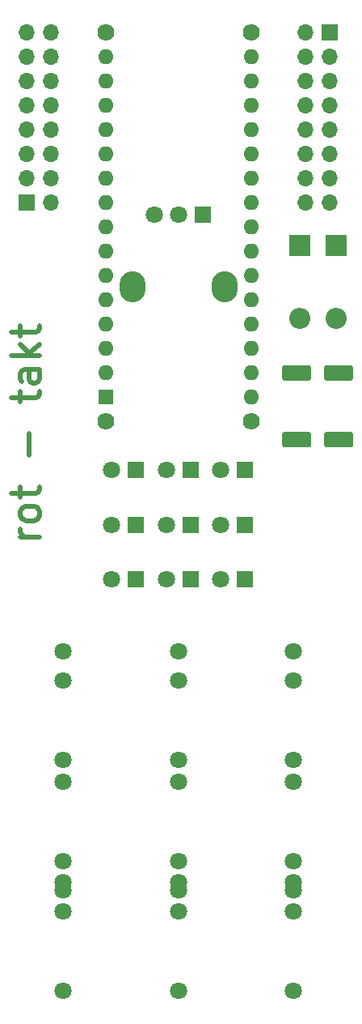
<source format=gts>
G04 #@! TF.GenerationSoftware,KiCad,Pcbnew,(5.1.2)-1*
G04 #@! TF.CreationDate,2019-10-29T22:05:20+01:00*
G04 #@! TF.ProjectId,takt,74616b74-2e6b-4696-9361-645f70636258,rev?*
G04 #@! TF.SameCoordinates,Original*
G04 #@! TF.FileFunction,Soldermask,Top*
G04 #@! TF.FilePolarity,Negative*
%FSLAX46Y46*%
G04 Gerber Fmt 4.6, Leading zero omitted, Abs format (unit mm)*
G04 Created by KiCad (PCBNEW (5.1.2)-1) date 2019-10-29 22:05:20*
%MOMM*%
%LPD*%
G04 APERTURE LIST*
%ADD10C,0.500000*%
%ADD11O,2.720000X3.240000*%
%ADD12C,1.800000*%
%ADD13R,1.800000X1.800000*%
%ADD14O,1.700000X1.700000*%
%ADD15R,1.700000X1.700000*%
%ADD16O,2.200000X2.200000*%
%ADD17R,2.200000X2.200000*%
%ADD18C,0.100000*%
%ADD19C,1.600000*%
%ADD20C,1.780000*%
%ADD21O,1.600000X1.600000*%
%ADD22R,1.600000X1.600000*%
G04 APERTURE END LIST*
D10*
X73747142Y-108647142D02*
X71747142Y-108647142D01*
X72318571Y-108647142D02*
X72032857Y-108504285D01*
X71890000Y-108361428D01*
X71747142Y-108075714D01*
X71747142Y-107790000D01*
X73747142Y-106361428D02*
X73604285Y-106647142D01*
X73461428Y-106790000D01*
X73175714Y-106932857D01*
X72318571Y-106932857D01*
X72032857Y-106790000D01*
X71890000Y-106647142D01*
X71747142Y-106361428D01*
X71747142Y-105932857D01*
X71890000Y-105647142D01*
X72032857Y-105504285D01*
X72318571Y-105361428D01*
X73175714Y-105361428D01*
X73461428Y-105504285D01*
X73604285Y-105647142D01*
X73747142Y-105932857D01*
X73747142Y-106361428D01*
X71747142Y-104504285D02*
X71747142Y-103361428D01*
X70747142Y-104075714D02*
X73318571Y-104075714D01*
X73604285Y-103932857D01*
X73747142Y-103647142D01*
X73747142Y-103361428D01*
X72604285Y-100075714D02*
X72604285Y-97790000D01*
X71747142Y-94504285D02*
X71747142Y-93361428D01*
X70747142Y-94075714D02*
X73318571Y-94075714D01*
X73604285Y-93932857D01*
X73747142Y-93647142D01*
X73747142Y-93361428D01*
X73747142Y-91075714D02*
X72175714Y-91075714D01*
X71890000Y-91218571D01*
X71747142Y-91504285D01*
X71747142Y-92075714D01*
X71890000Y-92361428D01*
X73604285Y-91075714D02*
X73747142Y-91361428D01*
X73747142Y-92075714D01*
X73604285Y-92361428D01*
X73318571Y-92504285D01*
X73032857Y-92504285D01*
X72747142Y-92361428D01*
X72604285Y-92075714D01*
X72604285Y-91361428D01*
X72461428Y-91075714D01*
X73747142Y-89647142D02*
X70747142Y-89647142D01*
X72604285Y-89361428D02*
X73747142Y-88504285D01*
X71747142Y-88504285D02*
X72890000Y-89647142D01*
X71747142Y-87647142D02*
X71747142Y-86504285D01*
X70747142Y-87218571D02*
X73318571Y-87218571D01*
X73604285Y-87075714D01*
X73747142Y-86790000D01*
X73747142Y-86504285D01*
D11*
X93105000Y-82430000D03*
X83505000Y-82430000D03*
D12*
X85805000Y-74930000D03*
X88305000Y-74930000D03*
D13*
X90805000Y-74930000D03*
D12*
X100330000Y-156050000D03*
X100330000Y-144650000D03*
X100330000Y-147750000D03*
X88265000Y-156050000D03*
X88265000Y-144650000D03*
X88265000Y-147750000D03*
X76200000Y-156050000D03*
X76200000Y-144650000D03*
X76200000Y-147750000D03*
X100330000Y-134145000D03*
X100330000Y-145545000D03*
X100330000Y-142445000D03*
X88265000Y-134145000D03*
X88265000Y-145545000D03*
X88265000Y-142445000D03*
X76200000Y-134145000D03*
X76200000Y-145545000D03*
X76200000Y-142445000D03*
X100330000Y-131920000D03*
X100330000Y-120520000D03*
X100330000Y-123620000D03*
X88265000Y-131920000D03*
X88265000Y-120520000D03*
X88265000Y-123620000D03*
X76200000Y-131920000D03*
X76200000Y-120520000D03*
X76200000Y-123620000D03*
D14*
X101600000Y-73660000D03*
X104140000Y-73660000D03*
X101600000Y-71120000D03*
X104140000Y-71120000D03*
X101600000Y-68580000D03*
X104140000Y-68580000D03*
X101600000Y-66040000D03*
X104140000Y-66040000D03*
X101600000Y-63500000D03*
X104140000Y-63500000D03*
X101600000Y-60960000D03*
X104140000Y-60960000D03*
X101600000Y-58420000D03*
X104140000Y-58420000D03*
X101600000Y-55880000D03*
D15*
X104140000Y-55880000D03*
D14*
X74930000Y-55880000D03*
X72390000Y-55880000D03*
X74930000Y-58420000D03*
X72390000Y-58420000D03*
X74930000Y-60960000D03*
X72390000Y-60960000D03*
X74930000Y-63500000D03*
X72390000Y-63500000D03*
X74930000Y-66040000D03*
X72390000Y-66040000D03*
X74930000Y-68580000D03*
X72390000Y-68580000D03*
X74930000Y-71120000D03*
X72390000Y-71120000D03*
X74930000Y-73660000D03*
D15*
X72390000Y-73660000D03*
D16*
X104775000Y-85725000D03*
D17*
X104775000Y-78105000D03*
D16*
X100965000Y-85725000D03*
D17*
X100965000Y-78105000D03*
D12*
X92710000Y-113030000D03*
D13*
X95250000Y-113030000D03*
D12*
X86995000Y-113030000D03*
D13*
X89535000Y-113030000D03*
D12*
X81280000Y-113030000D03*
D13*
X83820000Y-113030000D03*
D12*
X92710000Y-107315000D03*
D13*
X95250000Y-107315000D03*
D12*
X86995000Y-107315000D03*
D13*
X89535000Y-107315000D03*
D12*
X81280000Y-107315000D03*
D13*
X83820000Y-107315000D03*
D12*
X92710000Y-101600000D03*
D13*
X95250000Y-101600000D03*
D12*
X86995000Y-101600000D03*
D13*
X89535000Y-101600000D03*
D12*
X81280000Y-101600000D03*
D13*
X83820000Y-101600000D03*
D18*
G36*
X106344504Y-97626204D02*
G01*
X106368773Y-97629804D01*
X106392571Y-97635765D01*
X106415671Y-97644030D01*
X106437849Y-97654520D01*
X106458893Y-97667133D01*
X106478598Y-97681747D01*
X106496777Y-97698223D01*
X106513253Y-97716402D01*
X106527867Y-97736107D01*
X106540480Y-97757151D01*
X106550970Y-97779329D01*
X106559235Y-97802429D01*
X106565196Y-97826227D01*
X106568796Y-97850496D01*
X106570000Y-97875000D01*
X106570000Y-98975000D01*
X106568796Y-98999504D01*
X106565196Y-99023773D01*
X106559235Y-99047571D01*
X106550970Y-99070671D01*
X106540480Y-99092849D01*
X106527867Y-99113893D01*
X106513253Y-99133598D01*
X106496777Y-99151777D01*
X106478598Y-99168253D01*
X106458893Y-99182867D01*
X106437849Y-99195480D01*
X106415671Y-99205970D01*
X106392571Y-99214235D01*
X106368773Y-99220196D01*
X106344504Y-99223796D01*
X106320000Y-99225000D01*
X103820000Y-99225000D01*
X103795496Y-99223796D01*
X103771227Y-99220196D01*
X103747429Y-99214235D01*
X103724329Y-99205970D01*
X103702151Y-99195480D01*
X103681107Y-99182867D01*
X103661402Y-99168253D01*
X103643223Y-99151777D01*
X103626747Y-99133598D01*
X103612133Y-99113893D01*
X103599520Y-99092849D01*
X103589030Y-99070671D01*
X103580765Y-99047571D01*
X103574804Y-99023773D01*
X103571204Y-98999504D01*
X103570000Y-98975000D01*
X103570000Y-97875000D01*
X103571204Y-97850496D01*
X103574804Y-97826227D01*
X103580765Y-97802429D01*
X103589030Y-97779329D01*
X103599520Y-97757151D01*
X103612133Y-97736107D01*
X103626747Y-97716402D01*
X103643223Y-97698223D01*
X103661402Y-97681747D01*
X103681107Y-97667133D01*
X103702151Y-97654520D01*
X103724329Y-97644030D01*
X103747429Y-97635765D01*
X103771227Y-97629804D01*
X103795496Y-97626204D01*
X103820000Y-97625000D01*
X106320000Y-97625000D01*
X106344504Y-97626204D01*
X106344504Y-97626204D01*
G37*
D19*
X105070000Y-98425000D03*
D18*
G36*
X101944504Y-97626204D02*
G01*
X101968773Y-97629804D01*
X101992571Y-97635765D01*
X102015671Y-97644030D01*
X102037849Y-97654520D01*
X102058893Y-97667133D01*
X102078598Y-97681747D01*
X102096777Y-97698223D01*
X102113253Y-97716402D01*
X102127867Y-97736107D01*
X102140480Y-97757151D01*
X102150970Y-97779329D01*
X102159235Y-97802429D01*
X102165196Y-97826227D01*
X102168796Y-97850496D01*
X102170000Y-97875000D01*
X102170000Y-98975000D01*
X102168796Y-98999504D01*
X102165196Y-99023773D01*
X102159235Y-99047571D01*
X102150970Y-99070671D01*
X102140480Y-99092849D01*
X102127867Y-99113893D01*
X102113253Y-99133598D01*
X102096777Y-99151777D01*
X102078598Y-99168253D01*
X102058893Y-99182867D01*
X102037849Y-99195480D01*
X102015671Y-99205970D01*
X101992571Y-99214235D01*
X101968773Y-99220196D01*
X101944504Y-99223796D01*
X101920000Y-99225000D01*
X99420000Y-99225000D01*
X99395496Y-99223796D01*
X99371227Y-99220196D01*
X99347429Y-99214235D01*
X99324329Y-99205970D01*
X99302151Y-99195480D01*
X99281107Y-99182867D01*
X99261402Y-99168253D01*
X99243223Y-99151777D01*
X99226747Y-99133598D01*
X99212133Y-99113893D01*
X99199520Y-99092849D01*
X99189030Y-99070671D01*
X99180765Y-99047571D01*
X99174804Y-99023773D01*
X99171204Y-98999504D01*
X99170000Y-98975000D01*
X99170000Y-97875000D01*
X99171204Y-97850496D01*
X99174804Y-97826227D01*
X99180765Y-97802429D01*
X99189030Y-97779329D01*
X99199520Y-97757151D01*
X99212133Y-97736107D01*
X99226747Y-97716402D01*
X99243223Y-97698223D01*
X99261402Y-97681747D01*
X99281107Y-97667133D01*
X99302151Y-97654520D01*
X99324329Y-97644030D01*
X99347429Y-97635765D01*
X99371227Y-97629804D01*
X99395496Y-97626204D01*
X99420000Y-97625000D01*
X101920000Y-97625000D01*
X101944504Y-97626204D01*
X101944504Y-97626204D01*
G37*
D19*
X100670000Y-98425000D03*
D18*
G36*
X106344504Y-90641204D02*
G01*
X106368773Y-90644804D01*
X106392571Y-90650765D01*
X106415671Y-90659030D01*
X106437849Y-90669520D01*
X106458893Y-90682133D01*
X106478598Y-90696747D01*
X106496777Y-90713223D01*
X106513253Y-90731402D01*
X106527867Y-90751107D01*
X106540480Y-90772151D01*
X106550970Y-90794329D01*
X106559235Y-90817429D01*
X106565196Y-90841227D01*
X106568796Y-90865496D01*
X106570000Y-90890000D01*
X106570000Y-91990000D01*
X106568796Y-92014504D01*
X106565196Y-92038773D01*
X106559235Y-92062571D01*
X106550970Y-92085671D01*
X106540480Y-92107849D01*
X106527867Y-92128893D01*
X106513253Y-92148598D01*
X106496777Y-92166777D01*
X106478598Y-92183253D01*
X106458893Y-92197867D01*
X106437849Y-92210480D01*
X106415671Y-92220970D01*
X106392571Y-92229235D01*
X106368773Y-92235196D01*
X106344504Y-92238796D01*
X106320000Y-92240000D01*
X103820000Y-92240000D01*
X103795496Y-92238796D01*
X103771227Y-92235196D01*
X103747429Y-92229235D01*
X103724329Y-92220970D01*
X103702151Y-92210480D01*
X103681107Y-92197867D01*
X103661402Y-92183253D01*
X103643223Y-92166777D01*
X103626747Y-92148598D01*
X103612133Y-92128893D01*
X103599520Y-92107849D01*
X103589030Y-92085671D01*
X103580765Y-92062571D01*
X103574804Y-92038773D01*
X103571204Y-92014504D01*
X103570000Y-91990000D01*
X103570000Y-90890000D01*
X103571204Y-90865496D01*
X103574804Y-90841227D01*
X103580765Y-90817429D01*
X103589030Y-90794329D01*
X103599520Y-90772151D01*
X103612133Y-90751107D01*
X103626747Y-90731402D01*
X103643223Y-90713223D01*
X103661402Y-90696747D01*
X103681107Y-90682133D01*
X103702151Y-90669520D01*
X103724329Y-90659030D01*
X103747429Y-90650765D01*
X103771227Y-90644804D01*
X103795496Y-90641204D01*
X103820000Y-90640000D01*
X106320000Y-90640000D01*
X106344504Y-90641204D01*
X106344504Y-90641204D01*
G37*
D19*
X105070000Y-91440000D03*
D18*
G36*
X101944504Y-90641204D02*
G01*
X101968773Y-90644804D01*
X101992571Y-90650765D01*
X102015671Y-90659030D01*
X102037849Y-90669520D01*
X102058893Y-90682133D01*
X102078598Y-90696747D01*
X102096777Y-90713223D01*
X102113253Y-90731402D01*
X102127867Y-90751107D01*
X102140480Y-90772151D01*
X102150970Y-90794329D01*
X102159235Y-90817429D01*
X102165196Y-90841227D01*
X102168796Y-90865496D01*
X102170000Y-90890000D01*
X102170000Y-91990000D01*
X102168796Y-92014504D01*
X102165196Y-92038773D01*
X102159235Y-92062571D01*
X102150970Y-92085671D01*
X102140480Y-92107849D01*
X102127867Y-92128893D01*
X102113253Y-92148598D01*
X102096777Y-92166777D01*
X102078598Y-92183253D01*
X102058893Y-92197867D01*
X102037849Y-92210480D01*
X102015671Y-92220970D01*
X101992571Y-92229235D01*
X101968773Y-92235196D01*
X101944504Y-92238796D01*
X101920000Y-92240000D01*
X99420000Y-92240000D01*
X99395496Y-92238796D01*
X99371227Y-92235196D01*
X99347429Y-92229235D01*
X99324329Y-92220970D01*
X99302151Y-92210480D01*
X99281107Y-92197867D01*
X99261402Y-92183253D01*
X99243223Y-92166777D01*
X99226747Y-92148598D01*
X99212133Y-92128893D01*
X99199520Y-92107849D01*
X99189030Y-92085671D01*
X99180765Y-92062571D01*
X99174804Y-92038773D01*
X99171204Y-92014504D01*
X99170000Y-91990000D01*
X99170000Y-90890000D01*
X99171204Y-90865496D01*
X99174804Y-90841227D01*
X99180765Y-90817429D01*
X99189030Y-90794329D01*
X99199520Y-90772151D01*
X99212133Y-90751107D01*
X99226747Y-90731402D01*
X99243223Y-90713223D01*
X99261402Y-90696747D01*
X99281107Y-90682133D01*
X99302151Y-90669520D01*
X99324329Y-90659030D01*
X99347429Y-90650765D01*
X99371227Y-90644804D01*
X99395496Y-90641204D01*
X99420000Y-90640000D01*
X101920000Y-90640000D01*
X101944504Y-90641204D01*
X101944504Y-90641204D01*
G37*
D19*
X100670000Y-91440000D03*
D20*
X80645000Y-55880000D03*
X95885000Y-55880000D03*
X95885000Y-96520000D03*
X80645000Y-96520000D03*
D21*
X95885000Y-58420000D03*
X80645000Y-58420000D03*
X95885000Y-93980000D03*
X80645000Y-60960000D03*
X95885000Y-91440000D03*
X80645000Y-63500000D03*
X95885000Y-88900000D03*
X80645000Y-66040000D03*
X95885000Y-86360000D03*
X80645000Y-68580000D03*
X95885000Y-83820000D03*
X80645000Y-71120000D03*
X95885000Y-81280000D03*
X80645000Y-73660000D03*
X95885000Y-78740000D03*
X80645000Y-76200000D03*
X95885000Y-76200000D03*
X80645000Y-78740000D03*
X95885000Y-73660000D03*
X80645000Y-81280000D03*
X95885000Y-71120000D03*
X80645000Y-83820000D03*
X95885000Y-68580000D03*
X80645000Y-86360000D03*
X95885000Y-66040000D03*
X80645000Y-88900000D03*
X95885000Y-63500000D03*
X80645000Y-91440000D03*
X95885000Y-60960000D03*
D22*
X80645000Y-93980000D03*
M02*

</source>
